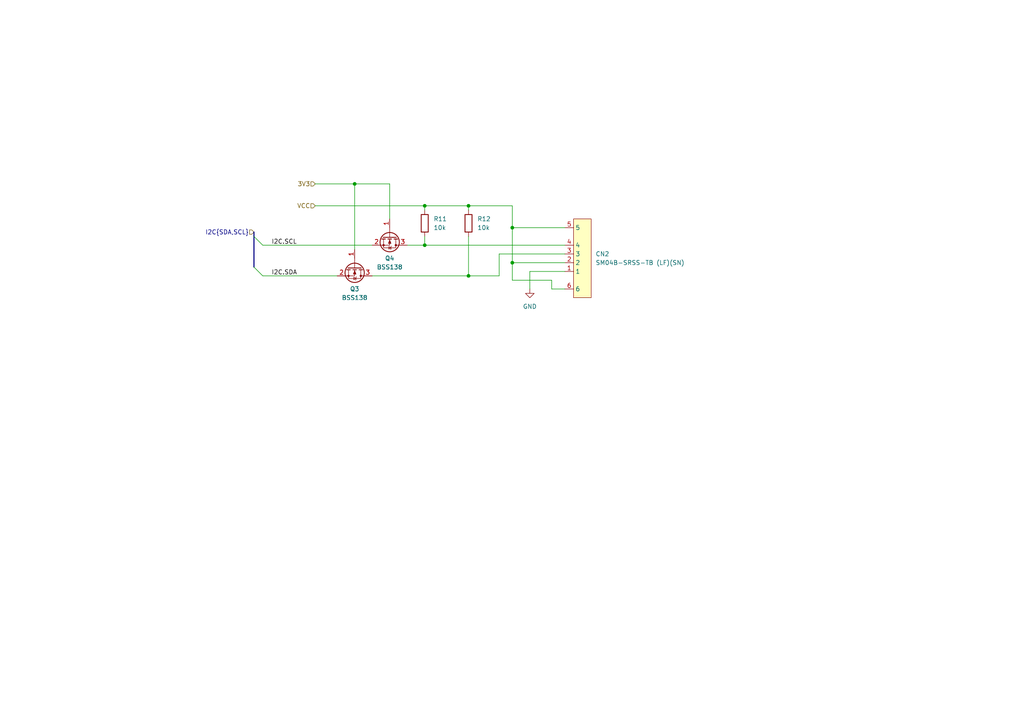
<source format=kicad_sch>
(kicad_sch (version 20250114) (generator "eeschema") (generator_version "9.0")
  (paper "A4")
  (lib_symbols
    (symbol "Device:R" (pin_numbers (hide yes)) (pin_names (offset 0))
      (property "Reference" "R" (at 2.032 0 90))
      (property "Value" "R" (at 0 0 90))
      (symbol "R_0_1"
        (rectangle (start -1.016 -2.54) (end 1.016 2.54) (stroke (width 0.254)))
      )
      (symbol "R_1_1"
        (pin passive line (at 0 3.81 270) (length 1.27) (name "~") (number "1"))
        (pin passive line (at 0 -3.81 90) (length 1.27) (name "~") (number "2"))
      )
    )
    (symbol "Transistor_FET:BSS138" (pin_names (hide yes))
      (property "Reference" "Q" (at 5.08 1.905 0))
      (property "Value" "BSS138" (at 5.08 0 0))
      (symbol "BSS138_0_1"
        (polyline (pts (xy 0.254 1.905) (xy 0.254 -1.905)) (stroke (width 0.254)))
        (polyline (pts (xy 0.254 0) (xy -2.54 0)))
        (polyline (pts (xy 0.762 2.286) (xy 0.762 1.27)) (stroke (width 0.254)))
        (polyline (pts (xy 0.762 0.508) (xy 0.762 -0.508)) (stroke (width 0.254)))
        (polyline (pts (xy 0.762 -1.27) (xy 0.762 -2.286)) (stroke (width 0.254)))
        (polyline (pts (xy 0.762 -1.778) (xy 3.302 -1.778) (xy 3.302 1.778) (xy 0.762 1.778)))
        (polyline (pts (xy 1.016 0) (xy 2.032 0.381) (xy 2.032 -0.381) (xy 1.016 0)) (fill (type outline)))
        (circle (center 1.651 0) (radius 2.794) (stroke (width 0.254)))
        (polyline (pts (xy 2.54 2.54) (xy 2.54 1.778)))
        (circle (center 2.54 1.778) (radius 0.254) (fill (type outline)))
        (circle (center 2.54 -1.778) (radius 0.254) (fill (type outline)))
        (polyline (pts (xy 2.54 -2.54) (xy 2.54 0) (xy 0.762 0)))
        (polyline (pts (xy 2.794 0.508) (xy 2.921 0.381) (xy 3.683 0.381) (xy 3.81 0.254)))
        (polyline (pts (xy 3.302 0.381) (xy 2.921 -0.254) (xy 3.683 -0.254) (xy 3.302 0.381)))
      )
      (symbol "BSS138_1_1"
        (pin input line (at -5.08 0 0) (length 2.54) (name "G") (number "1"))
        (pin passive line (at 2.54 5.08 270) (length 2.54) (name "D") (number "3"))
        (pin passive line (at 2.54 -5.08 90) (length 2.54) (name "S") (number "2"))
      )
    )
    (symbol "easyeda2kicad:SM04B-SRSS-TB(LF)(SN)"
      (property "Reference" "CN" (at 0 8.89 0))
      (property "Value" "SM04B-SRSS-TB (LF)(SN)" (at 0 -1.27 0))
      (symbol "SM04B-SRSS-TB(LF)(SN)_0_1"
        (rectangle (start -11.43 1.27) (end 11.43 -3.81) (fill (type background)))
        (pin unspecified line (at -8.89 3.81 270) (length 2.54) (name "6") (number "6"))
        (pin unspecified line (at -3.81 3.81 270) (length 2.54) (name "1") (number "1"))
        (pin unspecified line (at -1.27 3.81 270) (length 2.54) (name "2") (number "2"))
        (pin unspecified line (at 1.27 3.81 270) (length 2.54) (name "3") (number "3"))
        (pin unspecified line (at 3.81 3.81 270) (length 2.54) (name "4") (number "4"))
        (pin unspecified line (at 8.89 3.81 270) (length 2.54) (name "5") (number "5"))
      )
    )
    (symbol "power:GND" (power) (pin_numbers (hide yes)) (pin_names (offset 0) (hide yes))
      (property "Value" "GND" (at 0 -3.81 0))
      (symbol "GND_0_1"
        (polyline (pts (xy 0 0) (xy 0 -1.27) (xy 1.27 -1.27) (xy 0 -2.54) (xy -1.27 -1.27) (xy 0 -1.27)))
      )
      (symbol "GND_1_1"
        (pin power_in line (at 0 0 270) (length 0) (name "~") (number "1"))
      )
    )
  )
  (junction (at 135.89 59.69))
  (junction (at 123.19 59.69))
  (junction (at 123.19 71.12))
  (junction (at 135.89 80.01))
  (junction (at 102.87 53.34))
  (junction (at 148.59 76.2))
  (junction (at 148.59 66.04))
  (bus_entry (at 73.66 77.47) (size 2.54 2.54))
  (bus_entry (at 73.66 68.58) (size 2.54 2.54))
  (wire (pts (xy 148.59 81.28) (xy 148.59 76.2)))
  (wire (pts (xy 160.02 83.82) (xy 160.02 81.28)))
  (wire (pts (xy 123.19 71.12) (xy 163.83 71.12)))
  (wire (pts (xy 107.95 80.01) (xy 135.89 80.01)))
  (wire (pts (xy 102.87 53.34) (xy 91.44 53.34)))
  (bus (pts (xy 73.66 67.31) (xy 73.66 68.58)))
  (wire (pts (xy 144.78 80.01) (xy 144.78 73.66)))
  (wire (pts (xy 76.2 71.12) (xy 107.95 71.12)))
  (wire (pts (xy 123.19 59.69) (xy 135.89 59.69)))
  (wire (pts (xy 148.59 66.04) (xy 148.59 76.2)))
  (wire (pts (xy 123.19 68.58) (xy 123.19 71.12)))
  (wire (pts (xy 123.19 59.69) (xy 123.19 60.96)))
  (wire (pts (xy 135.89 59.69) (xy 148.59 59.69)))
  (bus (pts (xy 73.66 68.58) (xy 73.66 77.47)))
  (wire (pts (xy 144.78 73.66) (xy 163.83 73.66)))
  (wire (pts (xy 113.03 63.5) (xy 113.03 53.34)))
  (wire (pts (xy 113.03 53.34) (xy 102.87 53.34)))
  (wire (pts (xy 102.87 72.39) (xy 102.87 53.34)))
  (wire (pts (xy 148.59 66.04) (xy 163.83 66.04)))
  (wire (pts (xy 135.89 68.58) (xy 135.89 80.01)))
  (wire (pts (xy 76.2 80.01) (xy 97.79 80.01)))
  (wire (pts (xy 153.67 78.74) (xy 153.67 83.82)))
  (wire (pts (xy 160.02 81.28) (xy 148.59 81.28)))
  (wire (pts (xy 148.59 76.2) (xy 163.83 76.2)))
  (wire (pts (xy 163.83 83.82) (xy 160.02 83.82)))
  (wire (pts (xy 163.83 78.74) (xy 153.67 78.74)))
  (wire (pts (xy 135.89 80.01) (xy 144.78 80.01)))
  (wire (pts (xy 148.59 59.69) (xy 148.59 66.04)))
  (wire (pts (xy 135.89 59.69) (xy 135.89 60.96)))
  (wire (pts (xy 118.11 71.12) (xy 123.19 71.12)))
  (wire (pts (xy 91.44 59.69) (xy 123.19 59.69)))
  (label "I2C.SDA" (at 78.74 80.01 0))
  (label "I2C.SCL" (at 78.74 71.12 0))
  (hierarchical_label "VCC" (shape input) (at 91.44 59.69 180))
  (hierarchical_label "I2C{SDA,SCL}" (shape input) (at 73.66 67.31 180))
  (hierarchical_label "3V3" (shape input) (at 91.44 53.34 180))
  (symbol (lib_id "Device:R") (at 123.19 64.77 0) (unit 1)
    (property "Reference" "R11" (at 125.73 63.4999 0) (effects (justify left)))
    (property "Value" "10k" (at 125.73 66.0399 0) (effects (justify left)))
    (property "Footprint" "Resistor_SMD:R_0603_1608Metric" (effects (hide yes)))
    (property "Description" "Resistor" (effects (hide yes)))
  )
  (symbol (lib_id "Transistor_FET:BSS138") (at 113.03 68.58 270) (unit 1)
    (property "Reference" "Q4" (at 113.03 74.93 90))
    (property "Value" "BSS138" (at 113.03 77.47 90))
    (property "Footprint" "Package_TO_SOT_SMD:SOT-23" (effects (hide yes)))
    (property "Datasheet" "https://www.onsemi.com/pub/Collateral/BSS138-D.PDF" (effects (hide yes)))
    (property "Description" "50V Vds, 0.22A Id, N-Channel MOSFET, SOT-23" (effects (hide yes)))
  )
  (symbol (lib_id "easyeda2kicad:SM04B-SRSS-TB(LF)(SN)") (at 167.64 74.93 90) (unit 1)
    (property "Reference" "CN2" (at 172.72 73.6599 90) (effects (justify right)))
    (property "Value" "SM04B-SRSS-TB (LF)(SN)" (at 172.72 76.1999 90) (effects (justify right)))
    (property "Footprint" "easyeda2kicad:CONN-SMD_4P-P1.00_SM04B-SRSS-TB-LF-SN" (effects (hide yes)))
    (property "Datasheet" "https://lcsc.com/product-detail/Others_JST-Sales-America__JST-Sales-America-SM04B-SRSS-TB-LF-SN_C160404.html" (effects (hide yes)))
    (property "LCSC Part" "C160404" (effects (hide yes)))
  )
  (symbol (lib_id "Transistor_FET:BSS138") (at 102.87 77.47 270) (unit 1)
    (property "Reference" "Q3" (at 102.87 83.82 90))
    (property "Value" "BSS138" (at 102.87 86.36 90))
    (property "Footprint" "Package_TO_SOT_SMD:SOT-23" (effects (hide yes)))
    (property "Datasheet" "https://www.onsemi.com/pub/Collateral/BSS138-D.PDF" (effects (hide yes)))
    (property "Description" "50V Vds, 0.22A Id, N-Channel MOSFET, SOT-23" (effects (hide yes)))
  )
  (symbol (lib_id "power:GND") (at 153.67 83.82 0) (unit 1)
    (property "Reference" "#PWR015" (effects (hide yes)))
    (property "Value" "GND" (at 153.67 88.9 0))
    (property "Description" "Power symbol creates a global label with name \"GND\" , ground" (effects (hide yes)))
  )
  (symbol (lib_id "Device:R") (at 135.89 64.77 0) (unit 1)
    (property "Reference" "R12" (at 138.43 63.4999 0) (effects (justify left)))
    (property "Value" "10k" (at 138.43 66.0399 0) (effects (justify left)))
    (property "Footprint" "Resistor_SMD:R_0603_1608Metric" (effects (hide yes)))
    (property "Description" "Resistor" (effects (hide yes)))
  )
)
</source>
